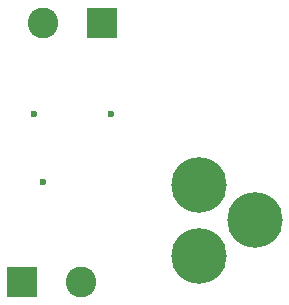
<source format=gbs>
%TF.GenerationSoftware,KiCad,Pcbnew,8.0.4*%
%TF.CreationDate,2024-11-20T20:48:09-05:00*%
%TF.ProjectId,voltage_regulator_3V3_ap2210,766f6c74-6167-4655-9f72-6567756c6174,rev?*%
%TF.SameCoordinates,Original*%
%TF.FileFunction,Soldermask,Bot*%
%TF.FilePolarity,Negative*%
%FSLAX46Y46*%
G04 Gerber Fmt 4.6, Leading zero omitted, Abs format (unit mm)*
G04 Created by KiCad (PCBNEW 8.0.4) date 2024-11-20 20:48:09*
%MOMM*%
%LPD*%
G01*
G04 APERTURE LIST*
%ADD10R,2.600000X2.600000*%
%ADD11C,2.600000*%
%ADD12C,4.704000*%
%ADD13C,0.600000*%
G04 APERTURE END LIST*
D10*
%TO.C,J3*%
X104000000Y-46250000D03*
D11*
X99000000Y-46250000D03*
%TD*%
D12*
%TO.C,J2*%
X112250000Y-60000000D03*
X112250000Y-66000000D03*
X116950000Y-63000000D03*
%TD*%
D10*
%TO.C,J1*%
X97250000Y-68250000D03*
D11*
X102250000Y-68250000D03*
%TD*%
D13*
X98250000Y-54000000D03*
X99000000Y-59750000D03*
X104750000Y-54000000D03*
M02*

</source>
